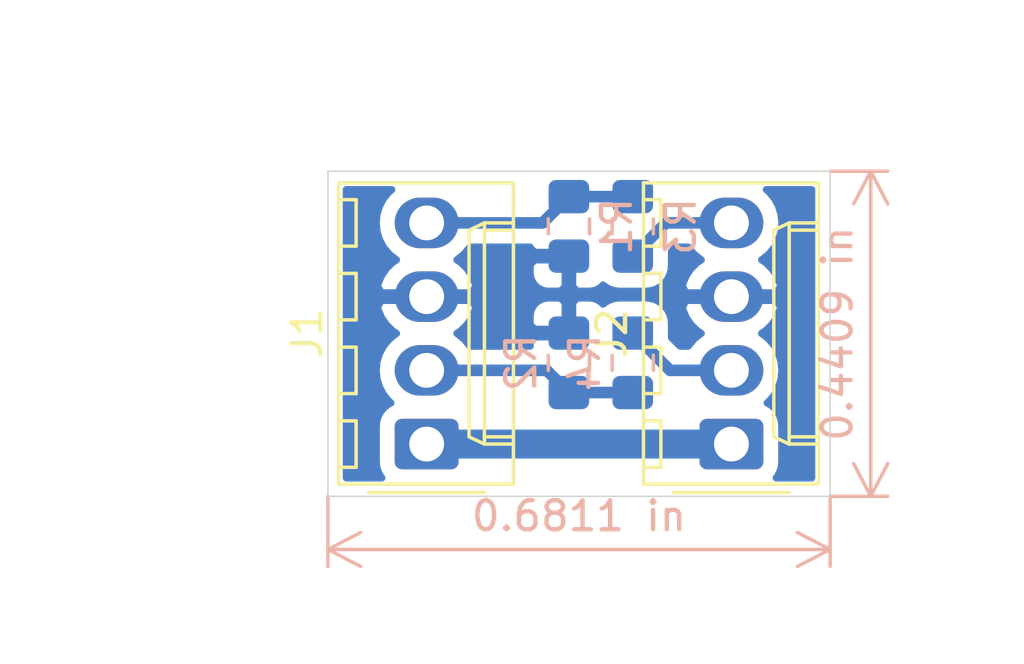
<source format=kicad_pcb>
(kicad_pcb (version 20190331) (host pcbnew "(5.1.0-397-g38f54b437)")

  (general
    (thickness 1.6)
    (drawings 7)
    (tracks 11)
    (modules 6)
    (nets 7)
  )

  (page "A4")
  (layers
    (0 "F.Cu" signal)
    (31 "B.Cu" signal)
    (32 "B.Adhes" user)
    (33 "F.Adhes" user)
    (34 "B.Paste" user)
    (35 "F.Paste" user)
    (36 "B.SilkS" user)
    (37 "F.SilkS" user)
    (38 "B.Mask" user)
    (39 "F.Mask" user)
    (40 "Dwgs.User" user)
    (41 "Cmts.User" user)
    (42 "Eco1.User" user)
    (43 "Eco2.User" user)
    (44 "Edge.Cuts" user)
    (45 "Margin" user)
    (46 "B.CrtYd" user)
    (47 "F.CrtYd" user)
    (48 "B.Fab" user hide)
    (49 "F.Fab" user hide)
  )

  (setup
    (last_trace_width 1)
    (user_trace_width 0.4)
    (user_trace_width 1)
    (trace_clearance 0.2)
    (zone_clearance 0.508)
    (zone_45_only no)
    (trace_min 0.2)
    (via_size 0.8)
    (via_drill 0.4)
    (via_min_size 0.4)
    (via_min_drill 0.3)
    (uvia_size 0.3)
    (uvia_drill 0.1)
    (uvias_allowed no)
    (uvia_min_size 0.2)
    (uvia_min_drill 0.1)
    (edge_width 0.05)
    (segment_width 0.2)
    (pcb_text_width 0.3)
    (pcb_text_size 1.5 1.5)
    (mod_edge_width 0.12)
    (mod_text_size 1 1)
    (mod_text_width 0.15)
    (pad_size 1.524 1.524)
    (pad_drill 0.762)
    (pad_to_mask_clearance 0.051)
    (solder_mask_min_width 0.25)
    (aux_axis_origin 0 0)
    (visible_elements FFFFEF7F)
    (pcbplotparams
      (layerselection 0x010fc_ffffffff)
      (usegerberextensions false)
      (usegerberattributes false)
      (usegerberadvancedattributes false)
      (creategerberjobfile false)
      (excludeedgelayer true)
      (linewidth 0.100000)
      (plotframeref false)
      (viasonmask false)
      (mode 1)
      (useauxorigin false)
      (hpglpennumber 1)
      (hpglpenspeed 20)
      (hpglpendiameter 15.000000)
      (psnegative false)
      (psa4output false)
      (plotreference true)
      (plotvalue true)
      (plotinvisibletext false)
      (padsonsilk false)
      (subtractmaskfromsilk false)
      (outputformat 1)
      (mirror false)
      (drillshape 1)
      (scaleselection 1)
      (outputdirectory ""))
  )

  (net 0 "")
  (net 1 "GND")
  (net 2 "+5V")
  (net 3 "/B_Out")
  (net 4 "/A_Out")
  (net 5 "/B_In")
  (net 6 "/A_In")

  (net_class "Default" "This is the default net class."
    (clearance 0.2)
    (trace_width 0.25)
    (via_dia 0.8)
    (via_drill 0.4)
    (uvia_dia 0.3)
    (uvia_drill 0.1)
    (add_net "+5V")
    (add_net "/A_In")
    (add_net "/A_Out")
    (add_net "/B_In")
    (add_net "/B_Out")
    (add_net "GND")
  )

  (module "Resistor_SMD:R_0805_2012Metric_Pad1.15x1.40mm_HandSolder" (layer "B.Cu") (tedit 5B36C52B) (tstamp 5CD45D2D)
    (at 107.1 47.2 270)
    (descr "Resistor SMD 0805 (2012 Metric), square (rectangular) end terminal, IPC_7351 nominal with elongated pad for handsoldering. (Body size source: https://docs.google.com/spreadsheets/d/1BsfQQcO9C6DZCsRaXUlFlo91Tg2WpOkGARC1WS5S8t0/edit?usp=sharing), generated with kicad-footprint-generator")
    (tags "resistor handsolder")
    (path "/5CD62366")
    (attr smd)
    (fp_text reference "R4" (at 0 1.65 90) (layer "B.SilkS")
      (effects (font (size 1 1) (thickness 0.15)) (justify mirror))
    )
    (fp_text value "5.4k" (at 0 -1.65 90) (layer "B.Fab")
      (effects (font (size 1 1) (thickness 0.15)) (justify mirror))
    )
    (fp_text user "%R" (at 0 0 90) (layer "B.Fab")
      (effects (font (size 0.5 0.5) (thickness 0.08)) (justify mirror))
    )
    (fp_line (start 1.85 -0.95) (end -1.85 -0.95) (layer "B.CrtYd") (width 0.05))
    (fp_line (start 1.85 0.95) (end 1.85 -0.95) (layer "B.CrtYd") (width 0.05))
    (fp_line (start -1.85 0.95) (end 1.85 0.95) (layer "B.CrtYd") (width 0.05))
    (fp_line (start -1.85 -0.95) (end -1.85 0.95) (layer "B.CrtYd") (width 0.05))
    (fp_line (start -0.261252 -0.71) (end 0.261252 -0.71) (layer "B.SilkS") (width 0.12))
    (fp_line (start -0.261252 0.71) (end 0.261252 0.71) (layer "B.SilkS") (width 0.12))
    (fp_line (start 1 -0.6) (end -1 -0.6) (layer "B.Fab") (width 0.1))
    (fp_line (start 1 0.6) (end 1 -0.6) (layer "B.Fab") (width 0.1))
    (fp_line (start -1 0.6) (end 1 0.6) (layer "B.Fab") (width 0.1))
    (fp_line (start -1 -0.6) (end -1 0.6) (layer "B.Fab") (width 0.1))
    (pad "2" smd roundrect (at 1.025 0 270) (size 1.15 1.4) (layers "B.Cu" "B.Paste" "B.Mask") (roundrect_rratio 0.217391)
      (net 4 "/A_Out"))
    (pad "1" smd roundrect (at -1.025 0 270) (size 1.15 1.4) (layers "B.Cu" "B.Paste" "B.Mask") (roundrect_rratio 0.217391)
      (net 6 "/A_In"))
    (model "${KISYS3DMOD}/Resistor_SMD.3dshapes/R_0805_2012Metric.wrl"
      (at (xyz 0 0 0))
      (scale (xyz 1 1 1))
      (rotate (xyz 0 0 0))
    )
  )

  (module "Resistor_SMD:R_0805_2012Metric_Pad1.15x1.40mm_HandSolder" (layer "B.Cu") (tedit 5B36C52B) (tstamp 5CD45CFD)
    (at 107.1 42.5 90)
    (descr "Resistor SMD 0805 (2012 Metric), square (rectangular) end terminal, IPC_7351 nominal with elongated pad for handsoldering. (Body size source: https://docs.google.com/spreadsheets/d/1BsfQQcO9C6DZCsRaXUlFlo91Tg2WpOkGARC1WS5S8t0/edit?usp=sharing), generated with kicad-footprint-generator")
    (tags "resistor handsolder")
    (path "/5CD5DAA3")
    (attr smd)
    (fp_text reference "R3" (at 0 1.65 90) (layer "B.SilkS")
      (effects (font (size 1 1) (thickness 0.15)) (justify mirror))
    )
    (fp_text value "5.4k" (at 0 -1.65 90) (layer "B.Fab")
      (effects (font (size 1 1) (thickness 0.15)) (justify mirror))
    )
    (fp_text user "%R" (at 0 0 90) (layer "B.Fab")
      (effects (font (size 0.5 0.5) (thickness 0.08)) (justify mirror))
    )
    (fp_line (start 1.85 -0.95) (end -1.85 -0.95) (layer "B.CrtYd") (width 0.05))
    (fp_line (start 1.85 0.95) (end 1.85 -0.95) (layer "B.CrtYd") (width 0.05))
    (fp_line (start -1.85 0.95) (end 1.85 0.95) (layer "B.CrtYd") (width 0.05))
    (fp_line (start -1.85 -0.95) (end -1.85 0.95) (layer "B.CrtYd") (width 0.05))
    (fp_line (start -0.261252 -0.71) (end 0.261252 -0.71) (layer "B.SilkS") (width 0.12))
    (fp_line (start -0.261252 0.71) (end 0.261252 0.71) (layer "B.SilkS") (width 0.12))
    (fp_line (start 1 -0.6) (end -1 -0.6) (layer "B.Fab") (width 0.1))
    (fp_line (start 1 0.6) (end 1 -0.6) (layer "B.Fab") (width 0.1))
    (fp_line (start -1 0.6) (end 1 0.6) (layer "B.Fab") (width 0.1))
    (fp_line (start -1 -0.6) (end -1 0.6) (layer "B.Fab") (width 0.1))
    (pad "2" smd roundrect (at 1.025 0 90) (size 1.15 1.4) (layers "B.Cu" "B.Paste" "B.Mask") (roundrect_rratio 0.217391)
      (net 3 "/B_Out"))
    (pad "1" smd roundrect (at -1.025 0 90) (size 1.15 1.4) (layers "B.Cu" "B.Paste" "B.Mask") (roundrect_rratio 0.217391)
      (net 5 "/B_In"))
    (model "${KISYS3DMOD}/Resistor_SMD.3dshapes/R_0805_2012Metric.wrl"
      (at (xyz 0 0 0))
      (scale (xyz 1 1 1))
      (rotate (xyz 0 0 0))
    )
  )

  (module "Resistor_SMD:R_0805_2012Metric_Pad1.15x1.40mm_HandSolder" (layer "B.Cu") (tedit 5B36C52B) (tstamp 5CD45C9D)
    (at 104.9 47.2 270)
    (descr "Resistor SMD 0805 (2012 Metric), square (rectangular) end terminal, IPC_7351 nominal with elongated pad for handsoldering. (Body size source: https://docs.google.com/spreadsheets/d/1BsfQQcO9C6DZCsRaXUlFlo91Tg2WpOkGARC1WS5S8t0/edit?usp=sharing), generated with kicad-footprint-generator")
    (tags "resistor handsolder")
    (path "/5CD6237D")
    (attr smd)
    (fp_text reference "R2" (at 0 1.65 90) (layer "B.SilkS")
      (effects (font (size 1 1) (thickness 0.15)) (justify mirror))
    )
    (fp_text value "10k" (at 0 -1.65 90) (layer "B.Fab")
      (effects (font (size 1 1) (thickness 0.15)) (justify mirror))
    )
    (fp_text user "%R" (at 0 0 90) (layer "B.Fab")
      (effects (font (size 0.5 0.5) (thickness 0.08)) (justify mirror))
    )
    (fp_line (start 1.85 -0.95) (end -1.85 -0.95) (layer "B.CrtYd") (width 0.05))
    (fp_line (start 1.85 0.95) (end 1.85 -0.95) (layer "B.CrtYd") (width 0.05))
    (fp_line (start -1.85 0.95) (end 1.85 0.95) (layer "B.CrtYd") (width 0.05))
    (fp_line (start -1.85 -0.95) (end -1.85 0.95) (layer "B.CrtYd") (width 0.05))
    (fp_line (start -0.261252 -0.71) (end 0.261252 -0.71) (layer "B.SilkS") (width 0.12))
    (fp_line (start -0.261252 0.71) (end 0.261252 0.71) (layer "B.SilkS") (width 0.12))
    (fp_line (start 1 -0.6) (end -1 -0.6) (layer "B.Fab") (width 0.1))
    (fp_line (start 1 0.6) (end 1 -0.6) (layer "B.Fab") (width 0.1))
    (fp_line (start -1 0.6) (end 1 0.6) (layer "B.Fab") (width 0.1))
    (fp_line (start -1 -0.6) (end -1 0.6) (layer "B.Fab") (width 0.1))
    (pad "2" smd roundrect (at 1.025 0 270) (size 1.15 1.4) (layers "B.Cu" "B.Paste" "B.Mask") (roundrect_rratio 0.217391)
      (net 4 "/A_Out"))
    (pad "1" smd roundrect (at -1.025 0 270) (size 1.15 1.4) (layers "B.Cu" "B.Paste" "B.Mask") (roundrect_rratio 0.217391)
      (net 1 "GND"))
    (model "${KISYS3DMOD}/Resistor_SMD.3dshapes/R_0805_2012Metric.wrl"
      (at (xyz 0 0 0))
      (scale (xyz 1 1 1))
      (rotate (xyz 0 0 0))
    )
  )

  (module "Resistor_SMD:R_0805_2012Metric_Pad1.15x1.40mm_HandSolder" (layer "B.Cu") (tedit 5B36C52B) (tstamp 5CD45CCD)
    (at 104.9 42.5 90)
    (descr "Resistor SMD 0805 (2012 Metric), square (rectangular) end terminal, IPC_7351 nominal with elongated pad for handsoldering. (Body size source: https://docs.google.com/spreadsheets/d/1BsfQQcO9C6DZCsRaXUlFlo91Tg2WpOkGARC1WS5S8t0/edit?usp=sharing), generated with kicad-footprint-generator")
    (tags "resistor handsolder")
    (path "/5CD5E9ED")
    (attr smd)
    (fp_text reference "R1" (at 0 1.65 90) (layer "B.SilkS")
      (effects (font (size 1 1) (thickness 0.15)) (justify mirror))
    )
    (fp_text value "10k" (at 0 -1.65 90) (layer "B.Fab")
      (effects (font (size 1 1) (thickness 0.15)) (justify mirror))
    )
    (fp_text user "%R" (at 0 0 90) (layer "B.Fab")
      (effects (font (size 0.5 0.5) (thickness 0.08)) (justify mirror))
    )
    (fp_line (start 1.85 -0.95) (end -1.85 -0.95) (layer "B.CrtYd") (width 0.05))
    (fp_line (start 1.85 0.95) (end 1.85 -0.95) (layer "B.CrtYd") (width 0.05))
    (fp_line (start -1.85 0.95) (end 1.85 0.95) (layer "B.CrtYd") (width 0.05))
    (fp_line (start -1.85 -0.95) (end -1.85 0.95) (layer "B.CrtYd") (width 0.05))
    (fp_line (start -0.261252 -0.71) (end 0.261252 -0.71) (layer "B.SilkS") (width 0.12))
    (fp_line (start -0.261252 0.71) (end 0.261252 0.71) (layer "B.SilkS") (width 0.12))
    (fp_line (start 1 -0.6) (end -1 -0.6) (layer "B.Fab") (width 0.1))
    (fp_line (start 1 0.6) (end 1 -0.6) (layer "B.Fab") (width 0.1))
    (fp_line (start -1 0.6) (end 1 0.6) (layer "B.Fab") (width 0.1))
    (fp_line (start -1 -0.6) (end -1 0.6) (layer "B.Fab") (width 0.1))
    (pad "2" smd roundrect (at 1.025 0 90) (size 1.15 1.4) (layers "B.Cu" "B.Paste" "B.Mask") (roundrect_rratio 0.217391)
      (net 3 "/B_Out"))
    (pad "1" smd roundrect (at -1.025 0 90) (size 1.15 1.4) (layers "B.Cu" "B.Paste" "B.Mask") (roundrect_rratio 0.217391)
      (net 1 "GND"))
    (model "${KISYS3DMOD}/Resistor_SMD.3dshapes/R_0805_2012Metric.wrl"
      (at (xyz 0 0 0))
      (scale (xyz 1 1 1))
      (rotate (xyz 0 0 0))
    )
  )

  (module "Connector_Molex:Molex_KK-254_AE-6410-04A_1x04_P2.54mm_Vertical" (layer "F.Cu") (tedit 5B78013E) (tstamp 5CD447B0)
    (at 110.5 50 90)
    (descr "Molex KK-254 Interconnect System, old/engineering part number: AE-6410-04A example for new part number: 22-27-2041, 4 Pins (http://www.molex.com/pdm_docs/sd/022272021_sd.pdf), generated with kicad-footprint-generator")
    (tags "connector Molex KK-254 side entry")
    (path "/5CD42275")
    (fp_text reference "J2" (at 3.81 -4.12 90) (layer "F.SilkS")
      (effects (font (size 1 1) (thickness 0.15)))
    )
    (fp_text value "Conn_01x04" (at 3.81 4.08 90) (layer "F.Fab")
      (effects (font (size 1 1) (thickness 0.15)))
    )
    (fp_text user "%R" (at 3.81 -2.22 90) (layer "F.Fab")
      (effects (font (size 1 1) (thickness 0.15)))
    )
    (fp_line (start 9.39 -3.42) (end -1.77 -3.42) (layer "F.CrtYd") (width 0.05))
    (fp_line (start 9.39 3.38) (end 9.39 -3.42) (layer "F.CrtYd") (width 0.05))
    (fp_line (start -1.77 3.38) (end 9.39 3.38) (layer "F.CrtYd") (width 0.05))
    (fp_line (start -1.77 -3.42) (end -1.77 3.38) (layer "F.CrtYd") (width 0.05))
    (fp_line (start 8.42 -2.43) (end 8.42 -3.03) (layer "F.SilkS") (width 0.12))
    (fp_line (start 6.82 -2.43) (end 8.42 -2.43) (layer "F.SilkS") (width 0.12))
    (fp_line (start 6.82 -3.03) (end 6.82 -2.43) (layer "F.SilkS") (width 0.12))
    (fp_line (start 5.88 -2.43) (end 5.88 -3.03) (layer "F.SilkS") (width 0.12))
    (fp_line (start 4.28 -2.43) (end 5.88 -2.43) (layer "F.SilkS") (width 0.12))
    (fp_line (start 4.28 -3.03) (end 4.28 -2.43) (layer "F.SilkS") (width 0.12))
    (fp_line (start 3.34 -2.43) (end 3.34 -3.03) (layer "F.SilkS") (width 0.12))
    (fp_line (start 1.74 -2.43) (end 3.34 -2.43) (layer "F.SilkS") (width 0.12))
    (fp_line (start 1.74 -3.03) (end 1.74 -2.43) (layer "F.SilkS") (width 0.12))
    (fp_line (start 0.8 -2.43) (end 0.8 -3.03) (layer "F.SilkS") (width 0.12))
    (fp_line (start -0.8 -2.43) (end 0.8 -2.43) (layer "F.SilkS") (width 0.12))
    (fp_line (start -0.8 -3.03) (end -0.8 -2.43) (layer "F.SilkS") (width 0.12))
    (fp_line (start 7.37 2.99) (end 7.37 1.99) (layer "F.SilkS") (width 0.12))
    (fp_line (start 0.25 2.99) (end 0.25 1.99) (layer "F.SilkS") (width 0.12))
    (fp_line (start 7.37 1.46) (end 7.62 1.99) (layer "F.SilkS") (width 0.12))
    (fp_line (start 0.25 1.46) (end 7.37 1.46) (layer "F.SilkS") (width 0.12))
    (fp_line (start 0 1.99) (end 0.25 1.46) (layer "F.SilkS") (width 0.12))
    (fp_line (start 7.62 1.99) (end 7.62 2.99) (layer "F.SilkS") (width 0.12))
    (fp_line (start 0 1.99) (end 7.62 1.99) (layer "F.SilkS") (width 0.12))
    (fp_line (start 0 2.99) (end 0 1.99) (layer "F.SilkS") (width 0.12))
    (fp_line (start -0.562893 0) (end -1.27 0.5) (layer "F.Fab") (width 0.1))
    (fp_line (start -1.27 -0.5) (end -0.562893 0) (layer "F.Fab") (width 0.1))
    (fp_line (start -1.67 -2) (end -1.67 2) (layer "F.SilkS") (width 0.12))
    (fp_line (start 9 -3.03) (end -1.38 -3.03) (layer "F.SilkS") (width 0.12))
    (fp_line (start 9 2.99) (end 9 -3.03) (layer "F.SilkS") (width 0.12))
    (fp_line (start -1.38 2.99) (end 9 2.99) (layer "F.SilkS") (width 0.12))
    (fp_line (start -1.38 -3.03) (end -1.38 2.99) (layer "F.SilkS") (width 0.12))
    (fp_line (start 8.89 -2.92) (end -1.27 -2.92) (layer "F.Fab") (width 0.1))
    (fp_line (start 8.89 2.88) (end 8.89 -2.92) (layer "F.Fab") (width 0.1))
    (fp_line (start -1.27 2.88) (end 8.89 2.88) (layer "F.Fab") (width 0.1))
    (fp_line (start -1.27 -2.92) (end -1.27 2.88) (layer "F.Fab") (width 0.1))
    (pad "4" thru_hole oval (at 7.62 0 90) (size 1.74 2.2) (drill 1.2) (layers *.Cu *.Mask)
      (net 5 "/B_In"))
    (pad "3" thru_hole oval (at 5.08 0 90) (size 1.74 2.2) (drill 1.2) (layers *.Cu *.Mask)
      (net 1 "GND"))
    (pad "2" thru_hole oval (at 2.54 0 90) (size 1.74 2.2) (drill 1.2) (layers *.Cu *.Mask)
      (net 6 "/A_In"))
    (pad "1" thru_hole roundrect (at 0 0 90) (size 1.74 2.2) (drill 1.2) (layers *.Cu *.Mask) (roundrect_rratio 0.143678)
      (net 2 "+5V"))
    (model "${KISYS3DMOD}/Connector_Molex.3dshapes/Molex_KK-254_AE-6410-04A_1x04_P2.54mm_Vertical.wrl"
      (at (xyz 0 0 0))
      (scale (xyz 1 1 1))
      (rotate (xyz 0 0 0))
    )
  )

  (module "Connector_Molex:Molex_KK-254_AE-6410-04A_1x04_P2.54mm_Vertical" (layer "F.Cu") (tedit 5B78013E) (tstamp 5CD45A3C)
    (at 100 50 90)
    (descr "Molex KK-254 Interconnect System, old/engineering part number: AE-6410-04A example for new part number: 22-27-2041, 4 Pins (http://www.molex.com/pdm_docs/sd/022272021_sd.pdf), generated with kicad-footprint-generator")
    (tags "connector Molex KK-254 side entry")
    (path "/5CD4020B")
    (fp_text reference "J1" (at 3.81 -4.12 90) (layer "F.SilkS")
      (effects (font (size 1 1) (thickness 0.15)))
    )
    (fp_text value "Conn_01x04" (at 3.81 4.08 90) (layer "F.Fab")
      (effects (font (size 1 1) (thickness 0.15)))
    )
    (fp_text user "%R" (at 3.81 -2.22 90) (layer "F.Fab")
      (effects (font (size 1 1) (thickness 0.15)))
    )
    (fp_line (start 9.39 -3.42) (end -1.77 -3.42) (layer "F.CrtYd") (width 0.05))
    (fp_line (start 9.39 3.38) (end 9.39 -3.42) (layer "F.CrtYd") (width 0.05))
    (fp_line (start -1.77 3.38) (end 9.39 3.38) (layer "F.CrtYd") (width 0.05))
    (fp_line (start -1.77 -3.42) (end -1.77 3.38) (layer "F.CrtYd") (width 0.05))
    (fp_line (start 8.42 -2.43) (end 8.42 -3.03) (layer "F.SilkS") (width 0.12))
    (fp_line (start 6.82 -2.43) (end 8.42 -2.43) (layer "F.SilkS") (width 0.12))
    (fp_line (start 6.82 -3.03) (end 6.82 -2.43) (layer "F.SilkS") (width 0.12))
    (fp_line (start 5.88 -2.43) (end 5.88 -3.03) (layer "F.SilkS") (width 0.12))
    (fp_line (start 4.28 -2.43) (end 5.88 -2.43) (layer "F.SilkS") (width 0.12))
    (fp_line (start 4.28 -3.03) (end 4.28 -2.43) (layer "F.SilkS") (width 0.12))
    (fp_line (start 3.34 -2.43) (end 3.34 -3.03) (layer "F.SilkS") (width 0.12))
    (fp_line (start 1.74 -2.43) (end 3.34 -2.43) (layer "F.SilkS") (width 0.12))
    (fp_line (start 1.74 -3.03) (end 1.74 -2.43) (layer "F.SilkS") (width 0.12))
    (fp_line (start 0.8 -2.43) (end 0.8 -3.03) (layer "F.SilkS") (width 0.12))
    (fp_line (start -0.8 -2.43) (end 0.8 -2.43) (layer "F.SilkS") (width 0.12))
    (fp_line (start -0.8 -3.03) (end -0.8 -2.43) (layer "F.SilkS") (width 0.12))
    (fp_line (start 7.37 2.99) (end 7.37 1.99) (layer "F.SilkS") (width 0.12))
    (fp_line (start 0.25 2.99) (end 0.25 1.99) (layer "F.SilkS") (width 0.12))
    (fp_line (start 7.37 1.46) (end 7.62 1.99) (layer "F.SilkS") (width 0.12))
    (fp_line (start 0.25 1.46) (end 7.37 1.46) (layer "F.SilkS") (width 0.12))
    (fp_line (start 0 1.99) (end 0.25 1.46) (layer "F.SilkS") (width 0.12))
    (fp_line (start 7.62 1.99) (end 7.62 2.99) (layer "F.SilkS") (width 0.12))
    (fp_line (start 0 1.99) (end 7.62 1.99) (layer "F.SilkS") (width 0.12))
    (fp_line (start 0 2.99) (end 0 1.99) (layer "F.SilkS") (width 0.12))
    (fp_line (start -0.562893 0) (end -1.27 0.5) (layer "F.Fab") (width 0.1))
    (fp_line (start -1.27 -0.5) (end -0.562893 0) (layer "F.Fab") (width 0.1))
    (fp_line (start -1.67 -2) (end -1.67 2) (layer "F.SilkS") (width 0.12))
    (fp_line (start 9 -3.03) (end -1.38 -3.03) (layer "F.SilkS") (width 0.12))
    (fp_line (start 9 2.99) (end 9 -3.03) (layer "F.SilkS") (width 0.12))
    (fp_line (start -1.38 2.99) (end 9 2.99) (layer "F.SilkS") (width 0.12))
    (fp_line (start -1.38 -3.03) (end -1.38 2.99) (layer "F.SilkS") (width 0.12))
    (fp_line (start 8.89 -2.92) (end -1.27 -2.92) (layer "F.Fab") (width 0.1))
    (fp_line (start 8.89 2.88) (end 8.89 -2.92) (layer "F.Fab") (width 0.1))
    (fp_line (start -1.27 2.88) (end 8.89 2.88) (layer "F.Fab") (width 0.1))
    (fp_line (start -1.27 -2.92) (end -1.27 2.88) (layer "F.Fab") (width 0.1))
    (pad "4" thru_hole oval (at 7.62 0 90) (size 1.74 2.2) (drill 1.2) (layers *.Cu *.Mask)
      (net 3 "/B_Out"))
    (pad "3" thru_hole oval (at 5.08 0 90) (size 1.74 2.2) (drill 1.2) (layers *.Cu *.Mask)
      (net 1 "GND"))
    (pad "2" thru_hole oval (at 2.54 0 90) (size 1.74 2.2) (drill 1.2) (layers *.Cu *.Mask)
      (net 4 "/A_Out"))
    (pad "1" thru_hole roundrect (at 0 0 90) (size 1.74 2.2) (drill 1.2) (layers *.Cu *.Mask) (roundrect_rratio 0.143678)
      (net 2 "+5V"))
    (model "${KISYS3DMOD}/Connector_Molex.3dshapes/Molex_KK-254_AE-6410-04A_1x04_P2.54mm_Vertical.wrl"
      (at (xyz 0 0 0))
      (scale (xyz 1 1 1))
      (rotate (xyz 0 0 0))
    )
  )

  (gr_line (start 103.8 55) (end 103.8 40) (layer "Dwgs.User") (width 0.15))
  (dimension 11.2 (width 0.12) (layer "B.SilkS")
    (gr_text "11,200 mm" (at 116.57 46.2 90) (layer "B.SilkS")
      (effects (font (size 1 1) (thickness 0.15)))
    )
    (feature1 (pts (xy 113.9 40.6) (xy 115.886421 40.6)))
    (feature2 (pts (xy 113.9 51.8) (xy 115.886421 51.8)))
    (crossbar (pts (xy 115.3 51.8) (xy 115.3 40.6)))
    (arrow1a (pts (xy 115.3 40.6) (xy 115.886421 41.726504)))
    (arrow1b (pts (xy 115.3 40.6) (xy 114.713579 41.726504)))
    (arrow2a (pts (xy 115.3 51.8) (xy 115.886421 50.673496)))
    (arrow2b (pts (xy 115.3 51.8) (xy 114.713579 50.673496)))
  )
  (dimension 17.3 (width 0.12) (layer "B.SilkS")
    (gr_text "17,300 mm" (at 105.25 54.900952) (layer "B.SilkS")
      (effects (font (size 1 1) (thickness 0.15)))
    )
    (feature1 (pts (xy 113.9 51.8) (xy 113.9 54.217373)))
    (feature2 (pts (xy 96.6 51.8) (xy 96.6 54.217373)))
    (crossbar (pts (xy 96.6 53.630952) (xy 113.9 53.630952)))
    (arrow1a (pts (xy 113.9 53.630952) (xy 112.773496 54.217373)))
    (arrow1b (pts (xy 113.9 53.630952) (xy 112.773496 53.044531)))
    (arrow2a (pts (xy 96.6 53.630952) (xy 97.726504 54.217373)))
    (arrow2b (pts (xy 96.6 53.630952) (xy 97.726504 53.044531)))
  )
  (gr_line (start 96.6 40.6) (end 96.6 51.8) (layer "Edge.Cuts") (width 0.05) (tstamp 5CD452EB))
  (gr_line (start 113.9 40.6) (end 96.6 40.6) (layer "Edge.Cuts") (width 0.05))
  (gr_line (start 113.9 51.8) (end 113.9 40.6) (layer "Edge.Cuts") (width 0.05))
  (gr_line (start 96.6 51.8) (end 113.9 51.8) (layer "Edge.Cuts") (width 0.05))

  (segment (start 100 50) (end 110.5 50) (width 1) (layer "B.Cu") (net 2))
  (segment (start 104.9 41.475) (end 107.1 41.475) (width 0.4) (layer "B.Cu") (net 3))
  (segment (start 103.995 42.38) (end 104.9 41.475) (width 0.4) (layer "B.Cu") (net 3))
  (segment (start 100 42.38) (end 103.995 42.38) (width 0.4) (layer "B.Cu") (net 3))
  (segment (start 104.135 47.46) (end 104.9 48.225) (width 0.4) (layer "B.Cu") (net 4))
  (segment (start 100 47.46) (end 104.135 47.46) (width 0.4) (layer "B.Cu") (net 4))
  (segment (start 104.9 48.225) (end 107.1 48.225) (width 0.4) (layer "B.Cu") (net 4))
  (segment (start 108.245 42.38) (end 107.1 43.525) (width 0.4) (layer "B.Cu") (net 5))
  (segment (start 110.5 42.38) (end 108.245 42.38) (width 0.4) (layer "B.Cu") (net 5))
  (segment (start 108.385 47.46) (end 107.1 46.175) (width 0.4) (layer "B.Cu") (net 6))
  (segment (start 110.5 47.46) (end 108.385 47.46) (width 0.4) (layer "B.Cu") (net 6))

  (zone (net 1) (net_name "GND") (layer "B.Cu") (tstamp 0) (hatch edge 0.508)
    (connect_pads (clearance 0.508))
    (min_thickness 0.254)
    (fill yes (arc_segments 32) (thermal_gap 0.508) (thermal_bridge_width 0.508))
    (polygon
      (pts
        (xy 90.7 34.9) (xy 120.3 34.7) (xy 120.6 57.6) (xy 85.3 57.5)
      )
    )
    (filled_polygon
      (pts
        (xy 98.700655 41.310655) (xy 98.512583 41.539821) (xy 98.372834 41.801275) (xy 98.286776 42.084968) (xy 98.257718 42.38)
        (xy 98.286776 42.675032) (xy 98.372834 42.958725) (xy 98.512583 43.220179) (xy 98.700655 43.449345) (xy 98.929821 43.637417)
        (xy 98.957669 43.652302) (xy 98.821097 43.741744) (xy 98.609464 43.949506) (xy 98.442429 44.194563) (xy 98.326412 44.467498)
        (xy 98.308698 44.559969) (xy 98.429754 44.793) (xy 99.873 44.793) (xy 99.873 44.773) (xy 100.127 44.773)
        (xy 100.127 44.793) (xy 101.570246 44.793) (xy 101.691302 44.559969) (xy 101.673588 44.467498) (xy 101.557571 44.194563)
        (xy 101.493116 44.1) (xy 103.561928 44.1) (xy 103.574188 44.224482) (xy 103.610498 44.34418) (xy 103.669463 44.454494)
        (xy 103.748815 44.551185) (xy 103.845506 44.630537) (xy 103.95582 44.689502) (xy 104.075518 44.725812) (xy 104.2 44.738072)
        (xy 104.61425 44.735) (xy 104.773 44.57625) (xy 104.773 43.652) (xy 103.72375 43.652) (xy 103.565 43.81075)
        (xy 103.561928 44.1) (xy 101.493116 44.1) (xy 101.390536 43.949506) (xy 101.178903 43.741744) (xy 101.042331 43.652302)
        (xy 101.070179 43.637417) (xy 101.299345 43.449345) (xy 101.487417 43.220179) (xy 101.490185 43.215) (xy 103.564742 43.215)
        (xy 103.565 43.23925) (xy 103.72375 43.398) (xy 104.773 43.398) (xy 104.773 43.378) (xy 105.027 43.378)
        (xy 105.027 43.398) (xy 105.047 43.398) (xy 105.047 43.652) (xy 105.027 43.652) (xy 105.027 44.57625)
        (xy 105.18575 44.735) (xy 105.6 44.738072) (xy 105.724482 44.725812) (xy 105.84418 44.689502) (xy 105.954494 44.630537)
        (xy 106.051185 44.551185) (xy 106.075363 44.521724) (xy 106.156613 44.588405) (xy 106.310149 44.670472) (xy 106.476745 44.721008)
        (xy 106.649999 44.738072) (xy 107.550001 44.738072) (xy 107.723255 44.721008) (xy 107.889851 44.670472) (xy 108.043387 44.588405)
        (xy 108.177962 44.477962) (xy 108.288405 44.343387) (xy 108.370472 44.189851) (xy 108.421008 44.023255) (xy 108.438072 43.850001)
        (xy 108.438072 43.367796) (xy 108.590869 43.215) (xy 109.009815 43.215) (xy 109.012583 43.220179) (xy 109.200655 43.449345)
        (xy 109.429821 43.637417) (xy 109.457669 43.652302) (xy 109.321097 43.741744) (xy 109.109464 43.949506) (xy 108.942429 44.194563)
        (xy 108.826412 44.467498) (xy 108.808698 44.559969) (xy 108.929754 44.793) (xy 110.373 44.793) (xy 110.373 44.773)
        (xy 110.627 44.773) (xy 110.627 44.793) (xy 112.070246 44.793) (xy 112.191302 44.559969) (xy 112.173588 44.467498)
        (xy 112.057571 44.194563) (xy 111.890536 43.949506) (xy 111.678903 43.741744) (xy 111.542331 43.652302) (xy 111.570179 43.637417)
        (xy 111.799345 43.449345) (xy 111.987417 43.220179) (xy 112.127166 42.958725) (xy 112.213224 42.675032) (xy 112.242282 42.38)
        (xy 112.213224 42.084968) (xy 112.127166 41.801275) (xy 111.987417 41.539821) (xy 111.799345 41.310655) (xy 111.707159 41.235)
        (xy 113.265001 41.235) (xy 113.265 51.165) (xy 112.046047 51.165) (xy 112.088405 51.113387) (xy 112.170472 50.959851)
        (xy 112.221008 50.793255) (xy 112.238072 50.620001) (xy 112.238072 49.379999) (xy 112.221008 49.206745) (xy 112.170472 49.040149)
        (xy 112.088405 48.886613) (xy 111.977962 48.752038) (xy 111.843387 48.641595) (xy 111.733886 48.583066) (xy 111.799345 48.529345)
        (xy 111.987417 48.300179) (xy 112.127166 48.038725) (xy 112.213224 47.755032) (xy 112.242282 47.46) (xy 112.213224 47.164968)
        (xy 112.127166 46.881275) (xy 111.987417 46.619821) (xy 111.799345 46.390655) (xy 111.570179 46.202583) (xy 111.542331 46.187698)
        (xy 111.678903 46.098256) (xy 111.890536 45.890494) (xy 112.057571 45.645437) (xy 112.173588 45.372502) (xy 112.191302 45.280031)
        (xy 112.070246 45.047) (xy 110.627 45.047) (xy 110.627 45.067) (xy 110.373 45.067) (xy 110.373 45.047)
        (xy 108.929754 45.047) (xy 108.808698 45.280031) (xy 108.826412 45.372502) (xy 108.942429 45.645437) (xy 109.109464 45.890494)
        (xy 109.321097 46.098256) (xy 109.457669 46.187698) (xy 109.429821 46.202583) (xy 109.200655 46.390655) (xy 109.012583 46.619821)
        (xy 109.009815 46.625) (xy 108.730868 46.625) (xy 108.438072 46.332204) (xy 108.438072 45.849999) (xy 108.421008 45.676745)
        (xy 108.370472 45.510149) (xy 108.288405 45.356613) (xy 108.177962 45.222038) (xy 108.043387 45.111595) (xy 107.889851 45.029528)
        (xy 107.723255 44.978992) (xy 107.550001 44.961928) (xy 106.649999 44.961928) (xy 106.476745 44.978992) (xy 106.310149 45.029528)
        (xy 106.156613 45.111595) (xy 106.075363 45.178276) (xy 106.051185 45.148815) (xy 105.954494 45.069463) (xy 105.84418 45.010498)
        (xy 105.724482 44.974188) (xy 105.6 44.961928) (xy 105.18575 44.965) (xy 105.027 45.12375) (xy 105.027 46.048)
        (xy 105.047 46.048) (xy 105.047 46.302) (xy 105.027 46.302) (xy 105.027 46.322) (xy 104.773 46.322)
        (xy 104.773 46.302) (xy 103.72375 46.302) (xy 103.565 46.46075) (xy 103.563256 46.625) (xy 101.490185 46.625)
        (xy 101.487417 46.619821) (xy 101.299345 46.390655) (xy 101.070179 46.202583) (xy 101.042331 46.187698) (xy 101.178903 46.098256)
        (xy 101.390536 45.890494) (xy 101.557571 45.645437) (xy 101.576884 45.6) (xy 103.561928 45.6) (xy 103.565 45.88925)
        (xy 103.72375 46.048) (xy 104.773 46.048) (xy 104.773 45.12375) (xy 104.61425 44.965) (xy 104.2 44.961928)
        (xy 104.075518 44.974188) (xy 103.95582 45.010498) (xy 103.845506 45.069463) (xy 103.748815 45.148815) (xy 103.669463 45.245506)
        (xy 103.610498 45.35582) (xy 103.574188 45.475518) (xy 103.561928 45.6) (xy 101.576884 45.6) (xy 101.673588 45.372502)
        (xy 101.691302 45.280031) (xy 101.570246 45.047) (xy 100.127 45.047) (xy 100.127 45.067) (xy 99.873 45.067)
        (xy 99.873 45.047) (xy 98.429754 45.047) (xy 98.308698 45.280031) (xy 98.326412 45.372502) (xy 98.442429 45.645437)
        (xy 98.609464 45.890494) (xy 98.821097 46.098256) (xy 98.957669 46.187698) (xy 98.929821 46.202583) (xy 98.700655 46.390655)
        (xy 98.512583 46.619821) (xy 98.372834 46.881275) (xy 98.286776 47.164968) (xy 98.257718 47.46) (xy 98.286776 47.755032)
        (xy 98.372834 48.038725) (xy 98.512583 48.300179) (xy 98.700655 48.529345) (xy 98.766114 48.583066) (xy 98.656613 48.641595)
        (xy 98.522038 48.752038) (xy 98.411595 48.886613) (xy 98.329528 49.040149) (xy 98.278992 49.206745) (xy 98.261928 49.379999)
        (xy 98.261928 50.620001) (xy 98.278992 50.793255) (xy 98.329528 50.959851) (xy 98.411595 51.113387) (xy 98.453953 51.165)
        (xy 97.235 51.165) (xy 97.235 41.235) (xy 98.792841 41.235)
      )
    )
  )
)

</source>
